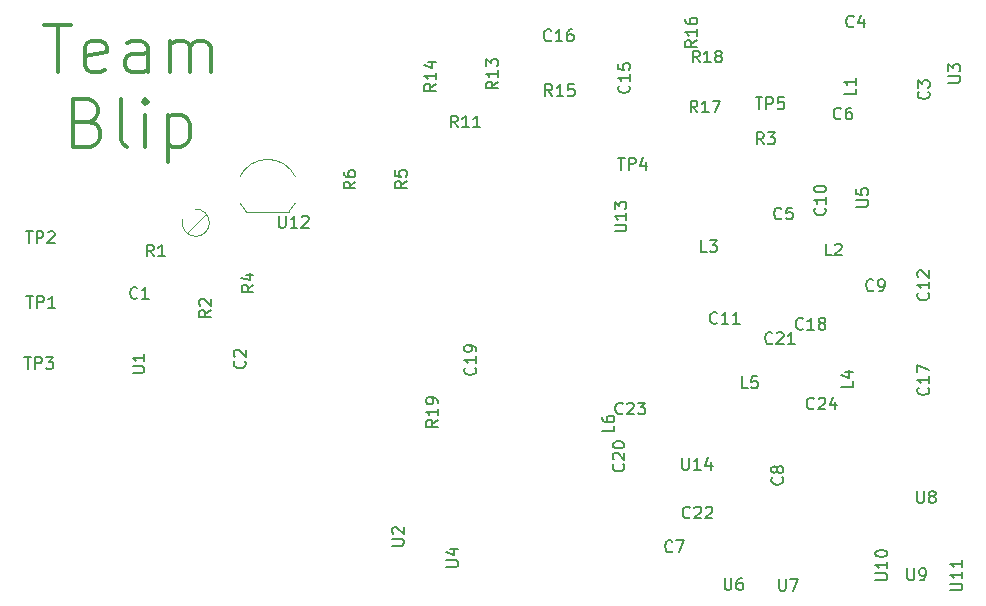
<source format=gbr>
G04 #@! TF.FileFunction,Legend,Top*
%FSLAX46Y46*%
G04 Gerber Fmt 4.6, Leading zero omitted, Abs format (unit mm)*
G04 Created by KiCad (PCBNEW 4.0.7) date 02/08/18 21:06:53*
%MOMM*%
%LPD*%
G01*
G04 APERTURE LIST*
%ADD10C,0.100000*%
%ADD11C,0.300000*%
%ADD12C,0.120000*%
%ADD13C,0.150000*%
G04 APERTURE END LIST*
D10*
D11*
X38206667Y-33018524D02*
X40492382Y-33018524D01*
X39349525Y-37018524D02*
X39349525Y-33018524D01*
X43349524Y-36828048D02*
X42968572Y-37018524D01*
X42206667Y-37018524D01*
X41825715Y-36828048D01*
X41635239Y-36447095D01*
X41635239Y-34923286D01*
X41825715Y-34542333D01*
X42206667Y-34351857D01*
X42968572Y-34351857D01*
X43349524Y-34542333D01*
X43540001Y-34923286D01*
X43540001Y-35304238D01*
X41635239Y-35685190D01*
X46968572Y-37018524D02*
X46968572Y-34923286D01*
X46778095Y-34542333D01*
X46397143Y-34351857D01*
X45635238Y-34351857D01*
X45254286Y-34542333D01*
X46968572Y-36828048D02*
X46587619Y-37018524D01*
X45635238Y-37018524D01*
X45254286Y-36828048D01*
X45063810Y-36447095D01*
X45063810Y-36066143D01*
X45254286Y-35685190D01*
X45635238Y-35494714D01*
X46587619Y-35494714D01*
X46968572Y-35304238D01*
X48873334Y-37018524D02*
X48873334Y-34351857D01*
X48873334Y-34732810D02*
X49063810Y-34542333D01*
X49444763Y-34351857D01*
X50016191Y-34351857D01*
X50397143Y-34542333D01*
X50587620Y-34923286D01*
X50587620Y-37018524D01*
X50587620Y-34923286D02*
X50778096Y-34542333D01*
X51159048Y-34351857D01*
X51730477Y-34351857D01*
X52111429Y-34542333D01*
X52301905Y-34923286D01*
X52301905Y-37018524D01*
X42016190Y-41223286D02*
X42587619Y-41413762D01*
X42778095Y-41604238D01*
X42968571Y-41985190D01*
X42968571Y-42556619D01*
X42778095Y-42937571D01*
X42587619Y-43128048D01*
X42206666Y-43318524D01*
X40682857Y-43318524D01*
X40682857Y-39318524D01*
X42016190Y-39318524D01*
X42397143Y-39509000D01*
X42587619Y-39699476D01*
X42778095Y-40080429D01*
X42778095Y-40461381D01*
X42587619Y-40842333D01*
X42397143Y-41032810D01*
X42016190Y-41223286D01*
X40682857Y-41223286D01*
X45254286Y-43318524D02*
X44873333Y-43128048D01*
X44682857Y-42747095D01*
X44682857Y-39318524D01*
X46778095Y-43318524D02*
X46778095Y-40651857D01*
X46778095Y-39318524D02*
X46587619Y-39509000D01*
X46778095Y-39699476D01*
X46968571Y-39509000D01*
X46778095Y-39318524D01*
X46778095Y-39699476D01*
X48682857Y-40651857D02*
X48682857Y-44651857D01*
X48682857Y-40842333D02*
X49063809Y-40651857D01*
X49825714Y-40651857D01*
X50206666Y-40842333D01*
X50397143Y-41032810D01*
X50587619Y-41413762D01*
X50587619Y-42556619D01*
X50397143Y-42937571D01*
X50206666Y-43128048D01*
X49825714Y-43318524D01*
X49063809Y-43318524D01*
X48682857Y-43128048D01*
D12*
X51008691Y-48616704D02*
G75*
G02X51049000Y-50926000I40309J-1154296D01*
G01*
X51069121Y-50925052D02*
G75*
G02X49920000Y-49531000I-20121J1154052D01*
G01*
X51925000Y-49037000D02*
X50314000Y-50647000D01*
X55332000Y-48851000D02*
X58932000Y-48851000D01*
X54807816Y-48123795D02*
G75*
G03X55332000Y-48851000I2324184J1122795D01*
G01*
X54775600Y-45902193D02*
G75*
G02X57132000Y-44401000I2356400J-1098807D01*
G01*
X59488400Y-45902193D02*
G75*
G03X57132000Y-44401000I-2356400J-1098807D01*
G01*
X59456184Y-48123795D02*
G75*
G02X58932000Y-48851000I-2324184J1122795D01*
G01*
D13*
X72258981Y-78909905D02*
X73068505Y-78909905D01*
X73163743Y-78862286D01*
X73211362Y-78814667D01*
X73258981Y-78719429D01*
X73258981Y-78528952D01*
X73211362Y-78433714D01*
X73163743Y-78386095D01*
X73068505Y-78338476D01*
X72258981Y-78338476D01*
X72592314Y-77433714D02*
X73258981Y-77433714D01*
X72211362Y-77671810D02*
X72925648Y-77909905D01*
X72925648Y-77290857D01*
X104885334Y-52543181D02*
X104409143Y-52543181D01*
X104409143Y-51543181D01*
X105171048Y-51638419D02*
X105218667Y-51590800D01*
X105313905Y-51543181D01*
X105552001Y-51543181D01*
X105647239Y-51590800D01*
X105694858Y-51638419D01*
X105742477Y-51733657D01*
X105742477Y-51828895D01*
X105694858Y-51971752D01*
X105123429Y-52543181D01*
X105742477Y-52543181D01*
X46102334Y-56115143D02*
X46054715Y-56162762D01*
X45911858Y-56210381D01*
X45816620Y-56210381D01*
X45673762Y-56162762D01*
X45578524Y-56067524D01*
X45530905Y-55972286D01*
X45483286Y-55781810D01*
X45483286Y-55638952D01*
X45530905Y-55448476D01*
X45578524Y-55353238D01*
X45673762Y-55258000D01*
X45816620Y-55210381D01*
X45911858Y-55210381D01*
X46054715Y-55258000D01*
X46102334Y-55305619D01*
X47054715Y-56210381D02*
X46483286Y-56210381D01*
X46769000Y-56210381D02*
X46769000Y-55210381D01*
X46673762Y-55353238D01*
X46578524Y-55448476D01*
X46483286Y-55496095D01*
X36706095Y-55979781D02*
X37277524Y-55979781D01*
X36991809Y-56979781D02*
X36991809Y-55979781D01*
X37610857Y-56979781D02*
X37610857Y-55979781D01*
X37991810Y-55979781D01*
X38087048Y-56027400D01*
X38134667Y-56075019D01*
X38182286Y-56170257D01*
X38182286Y-56313114D01*
X38134667Y-56408352D01*
X38087048Y-56455971D01*
X37991810Y-56503590D01*
X37610857Y-56503590D01*
X39134667Y-56979781D02*
X38563238Y-56979781D01*
X38848952Y-56979781D02*
X38848952Y-55979781D01*
X38753714Y-56122638D01*
X38658476Y-56217876D01*
X38563238Y-56265495D01*
X36538095Y-61140781D02*
X37109524Y-61140781D01*
X36823809Y-62140781D02*
X36823809Y-61140781D01*
X37442857Y-62140781D02*
X37442857Y-61140781D01*
X37823810Y-61140781D01*
X37919048Y-61188400D01*
X37966667Y-61236019D01*
X38014286Y-61331257D01*
X38014286Y-61474114D01*
X37966667Y-61569352D01*
X37919048Y-61616971D01*
X37823810Y-61664590D01*
X37442857Y-61664590D01*
X38347619Y-61140781D02*
X38966667Y-61140781D01*
X38633333Y-61521733D01*
X38776191Y-61521733D01*
X38871429Y-61569352D01*
X38919048Y-61616971D01*
X38966667Y-61712210D01*
X38966667Y-61950305D01*
X38919048Y-62045543D01*
X38871429Y-62093162D01*
X38776191Y-62140781D01*
X38490476Y-62140781D01*
X38395238Y-62093162D01*
X38347619Y-62045543D01*
X45700381Y-62473905D02*
X46509905Y-62473905D01*
X46605143Y-62426286D01*
X46652762Y-62378667D01*
X46700381Y-62283429D01*
X46700381Y-62092952D01*
X46652762Y-61997714D01*
X46605143Y-61950095D01*
X46509905Y-61902476D01*
X45700381Y-61902476D01*
X46700381Y-60902476D02*
X46700381Y-61473905D01*
X46700381Y-61188191D02*
X45700381Y-61188191D01*
X45843238Y-61283429D01*
X45938476Y-61378667D01*
X45986095Y-61473905D01*
X91392334Y-77578543D02*
X91344715Y-77626162D01*
X91201858Y-77673781D01*
X91106620Y-77673781D01*
X90963762Y-77626162D01*
X90868524Y-77530924D01*
X90820905Y-77435686D01*
X90773286Y-77245210D01*
X90773286Y-77102352D01*
X90820905Y-76911876D01*
X90868524Y-76816638D01*
X90963762Y-76721400D01*
X91106620Y-76673781D01*
X91201858Y-76673781D01*
X91344715Y-76721400D01*
X91392334Y-76769019D01*
X91725667Y-76673781D02*
X92392334Y-76673781D01*
X91963762Y-77673781D01*
X55185143Y-61487666D02*
X55232762Y-61535285D01*
X55280381Y-61678142D01*
X55280381Y-61773380D01*
X55232762Y-61916238D01*
X55137524Y-62011476D01*
X55042286Y-62059095D01*
X54851810Y-62106714D01*
X54708952Y-62106714D01*
X54518476Y-62059095D01*
X54423238Y-62011476D01*
X54328000Y-61916238D01*
X54280381Y-61773380D01*
X54280381Y-61678142D01*
X54328000Y-61535285D01*
X54375619Y-61487666D01*
X54375619Y-61106714D02*
X54328000Y-61059095D01*
X54280381Y-60963857D01*
X54280381Y-60725761D01*
X54328000Y-60630523D01*
X54375619Y-60582904D01*
X54470857Y-60535285D01*
X54566095Y-60535285D01*
X54708952Y-60582904D01*
X55280381Y-61154333D01*
X55280381Y-60535285D01*
X113082743Y-38668666D02*
X113130362Y-38716285D01*
X113177981Y-38859142D01*
X113177981Y-38954380D01*
X113130362Y-39097238D01*
X113035124Y-39192476D01*
X112939886Y-39240095D01*
X112749410Y-39287714D01*
X112606552Y-39287714D01*
X112416076Y-39240095D01*
X112320838Y-39192476D01*
X112225600Y-39097238D01*
X112177981Y-38954380D01*
X112177981Y-38859142D01*
X112225600Y-38716285D01*
X112273219Y-38668666D01*
X112177981Y-38335333D02*
X112177981Y-37716285D01*
X112558933Y-38049619D01*
X112558933Y-37906761D01*
X112606552Y-37811523D01*
X112654171Y-37763904D01*
X112749410Y-37716285D01*
X112987505Y-37716285D01*
X113082743Y-37763904D01*
X113130362Y-37811523D01*
X113177981Y-37906761D01*
X113177981Y-38192476D01*
X113130362Y-38287714D01*
X113082743Y-38335333D01*
X106742334Y-33134543D02*
X106694715Y-33182162D01*
X106551858Y-33229781D01*
X106456620Y-33229781D01*
X106313762Y-33182162D01*
X106218524Y-33086924D01*
X106170905Y-32991686D01*
X106123286Y-32801210D01*
X106123286Y-32658352D01*
X106170905Y-32467876D01*
X106218524Y-32372638D01*
X106313762Y-32277400D01*
X106456620Y-32229781D01*
X106551858Y-32229781D01*
X106694715Y-32277400D01*
X106742334Y-32325019D01*
X107599477Y-32563114D02*
X107599477Y-33229781D01*
X107361381Y-32182162D02*
X107123286Y-32896448D01*
X107742334Y-32896448D01*
X100638334Y-49402743D02*
X100590715Y-49450362D01*
X100447858Y-49497981D01*
X100352620Y-49497981D01*
X100209762Y-49450362D01*
X100114524Y-49355124D01*
X100066905Y-49259886D01*
X100019286Y-49069410D01*
X100019286Y-48926552D01*
X100066905Y-48736076D01*
X100114524Y-48640838D01*
X100209762Y-48545600D01*
X100352620Y-48497981D01*
X100447858Y-48497981D01*
X100590715Y-48545600D01*
X100638334Y-48593219D01*
X101543096Y-48497981D02*
X101066905Y-48497981D01*
X101019286Y-48974171D01*
X101066905Y-48926552D01*
X101162143Y-48878933D01*
X101400239Y-48878933D01*
X101495477Y-48926552D01*
X101543096Y-48974171D01*
X101590715Y-49069410D01*
X101590715Y-49307505D01*
X101543096Y-49402743D01*
X101495477Y-49450362D01*
X101400239Y-49497981D01*
X101162143Y-49497981D01*
X101066905Y-49450362D01*
X101019286Y-49402743D01*
X105680334Y-40936143D02*
X105632715Y-40983762D01*
X105489858Y-41031381D01*
X105394620Y-41031381D01*
X105251762Y-40983762D01*
X105156524Y-40888524D01*
X105108905Y-40793286D01*
X105061286Y-40602810D01*
X105061286Y-40459952D01*
X105108905Y-40269476D01*
X105156524Y-40174238D01*
X105251762Y-40079000D01*
X105394620Y-40031381D01*
X105489858Y-40031381D01*
X105632715Y-40079000D01*
X105680334Y-40126619D01*
X106537477Y-40031381D02*
X106347000Y-40031381D01*
X106251762Y-40079000D01*
X106204143Y-40126619D01*
X106108905Y-40269476D01*
X106061286Y-40459952D01*
X106061286Y-40840905D01*
X106108905Y-40936143D01*
X106156524Y-40983762D01*
X106251762Y-41031381D01*
X106442239Y-41031381D01*
X106537477Y-40983762D01*
X106585096Y-40936143D01*
X106632715Y-40840905D01*
X106632715Y-40602810D01*
X106585096Y-40507571D01*
X106537477Y-40459952D01*
X106442239Y-40412333D01*
X106251762Y-40412333D01*
X106156524Y-40459952D01*
X106108905Y-40507571D01*
X106061286Y-40602810D01*
X100694143Y-71321666D02*
X100741762Y-71369285D01*
X100789381Y-71512142D01*
X100789381Y-71607380D01*
X100741762Y-71750238D01*
X100646524Y-71845476D01*
X100551286Y-71893095D01*
X100360810Y-71940714D01*
X100217952Y-71940714D01*
X100027476Y-71893095D01*
X99932238Y-71845476D01*
X99837000Y-71750238D01*
X99789381Y-71607380D01*
X99789381Y-71512142D01*
X99837000Y-71369285D01*
X99884619Y-71321666D01*
X100217952Y-70750238D02*
X100170333Y-70845476D01*
X100122714Y-70893095D01*
X100027476Y-70940714D01*
X99979857Y-70940714D01*
X99884619Y-70893095D01*
X99837000Y-70845476D01*
X99789381Y-70750238D01*
X99789381Y-70559761D01*
X99837000Y-70464523D01*
X99884619Y-70416904D01*
X99979857Y-70369285D01*
X100027476Y-70369285D01*
X100122714Y-70416904D01*
X100170333Y-70464523D01*
X100217952Y-70559761D01*
X100217952Y-70750238D01*
X100265571Y-70845476D01*
X100313190Y-70893095D01*
X100408429Y-70940714D01*
X100598905Y-70940714D01*
X100694143Y-70893095D01*
X100741762Y-70845476D01*
X100789381Y-70750238D01*
X100789381Y-70559761D01*
X100741762Y-70464523D01*
X100694143Y-70416904D01*
X100598905Y-70369285D01*
X100408429Y-70369285D01*
X100313190Y-70416904D01*
X100265571Y-70464523D01*
X100217952Y-70559761D01*
X108423334Y-55465143D02*
X108375715Y-55512762D01*
X108232858Y-55560381D01*
X108137620Y-55560381D01*
X107994762Y-55512762D01*
X107899524Y-55417524D01*
X107851905Y-55322286D01*
X107804286Y-55131810D01*
X107804286Y-54988952D01*
X107851905Y-54798476D01*
X107899524Y-54703238D01*
X107994762Y-54608000D01*
X108137620Y-54560381D01*
X108232858Y-54560381D01*
X108375715Y-54608000D01*
X108423334Y-54655619D01*
X108899524Y-55560381D02*
X109090000Y-55560381D01*
X109185239Y-55512762D01*
X109232858Y-55465143D01*
X109328096Y-55322286D01*
X109375715Y-55131810D01*
X109375715Y-54750857D01*
X109328096Y-54655619D01*
X109280477Y-54608000D01*
X109185239Y-54560381D01*
X108994762Y-54560381D01*
X108899524Y-54608000D01*
X108851905Y-54655619D01*
X108804286Y-54750857D01*
X108804286Y-54988952D01*
X108851905Y-55084190D01*
X108899524Y-55131810D01*
X108994762Y-55179429D01*
X109185239Y-55179429D01*
X109280477Y-55131810D01*
X109328096Y-55084190D01*
X109375715Y-54988952D01*
X104306543Y-48532857D02*
X104354162Y-48580476D01*
X104401781Y-48723333D01*
X104401781Y-48818571D01*
X104354162Y-48961429D01*
X104258924Y-49056667D01*
X104163686Y-49104286D01*
X103973210Y-49151905D01*
X103830352Y-49151905D01*
X103639876Y-49104286D01*
X103544638Y-49056667D01*
X103449400Y-48961429D01*
X103401781Y-48818571D01*
X103401781Y-48723333D01*
X103449400Y-48580476D01*
X103497019Y-48532857D01*
X104401781Y-47580476D02*
X104401781Y-48151905D01*
X104401781Y-47866191D02*
X103401781Y-47866191D01*
X103544638Y-47961429D01*
X103639876Y-48056667D01*
X103687495Y-48151905D01*
X103401781Y-46961429D02*
X103401781Y-46866190D01*
X103449400Y-46770952D01*
X103497019Y-46723333D01*
X103592257Y-46675714D01*
X103782733Y-46628095D01*
X104020829Y-46628095D01*
X104211305Y-46675714D01*
X104306543Y-46723333D01*
X104354162Y-46770952D01*
X104401781Y-46866190D01*
X104401781Y-46961429D01*
X104354162Y-47056667D01*
X104306543Y-47104286D01*
X104211305Y-47151905D01*
X104020829Y-47199524D01*
X103782733Y-47199524D01*
X103592257Y-47151905D01*
X103497019Y-47104286D01*
X103449400Y-47056667D01*
X103401781Y-46961429D01*
X95189143Y-58231743D02*
X95141524Y-58279362D01*
X94998667Y-58326981D01*
X94903429Y-58326981D01*
X94760571Y-58279362D01*
X94665333Y-58184124D01*
X94617714Y-58088886D01*
X94570095Y-57898410D01*
X94570095Y-57755552D01*
X94617714Y-57565076D01*
X94665333Y-57469838D01*
X94760571Y-57374600D01*
X94903429Y-57326981D01*
X94998667Y-57326981D01*
X95141524Y-57374600D01*
X95189143Y-57422219D01*
X96141524Y-58326981D02*
X95570095Y-58326981D01*
X95855809Y-58326981D02*
X95855809Y-57326981D01*
X95760571Y-57469838D01*
X95665333Y-57565076D01*
X95570095Y-57612695D01*
X97093905Y-58326981D02*
X96522476Y-58326981D01*
X96808190Y-58326981D02*
X96808190Y-57326981D01*
X96712952Y-57469838D01*
X96617714Y-57565076D01*
X96522476Y-57612695D01*
X113041743Y-55710857D02*
X113089362Y-55758476D01*
X113136981Y-55901333D01*
X113136981Y-55996571D01*
X113089362Y-56139429D01*
X112994124Y-56234667D01*
X112898886Y-56282286D01*
X112708410Y-56329905D01*
X112565552Y-56329905D01*
X112375076Y-56282286D01*
X112279838Y-56234667D01*
X112184600Y-56139429D01*
X112136981Y-55996571D01*
X112136981Y-55901333D01*
X112184600Y-55758476D01*
X112232219Y-55710857D01*
X113136981Y-54758476D02*
X113136981Y-55329905D01*
X113136981Y-55044191D02*
X112136981Y-55044191D01*
X112279838Y-55139429D01*
X112375076Y-55234667D01*
X112422695Y-55329905D01*
X112232219Y-54377524D02*
X112184600Y-54329905D01*
X112136981Y-54234667D01*
X112136981Y-53996571D01*
X112184600Y-53901333D01*
X112232219Y-53853714D01*
X112327457Y-53806095D01*
X112422695Y-53806095D01*
X112565552Y-53853714D01*
X113136981Y-54425143D01*
X113136981Y-53806095D01*
X87713143Y-38153857D02*
X87760762Y-38201476D01*
X87808381Y-38344333D01*
X87808381Y-38439571D01*
X87760762Y-38582429D01*
X87665524Y-38677667D01*
X87570286Y-38725286D01*
X87379810Y-38772905D01*
X87236952Y-38772905D01*
X87046476Y-38725286D01*
X86951238Y-38677667D01*
X86856000Y-38582429D01*
X86808381Y-38439571D01*
X86808381Y-38344333D01*
X86856000Y-38201476D01*
X86903619Y-38153857D01*
X87808381Y-37201476D02*
X87808381Y-37772905D01*
X87808381Y-37487191D02*
X86808381Y-37487191D01*
X86951238Y-37582429D01*
X87046476Y-37677667D01*
X87094095Y-37772905D01*
X86808381Y-36296714D02*
X86808381Y-36772905D01*
X87284571Y-36820524D01*
X87236952Y-36772905D01*
X87189333Y-36677667D01*
X87189333Y-36439571D01*
X87236952Y-36344333D01*
X87284571Y-36296714D01*
X87379810Y-36249095D01*
X87617905Y-36249095D01*
X87713143Y-36296714D01*
X87760762Y-36344333D01*
X87808381Y-36439571D01*
X87808381Y-36677667D01*
X87760762Y-36772905D01*
X87713143Y-36820524D01*
X81135143Y-34314743D02*
X81087524Y-34362362D01*
X80944667Y-34409981D01*
X80849429Y-34409981D01*
X80706571Y-34362362D01*
X80611333Y-34267124D01*
X80563714Y-34171886D01*
X80516095Y-33981410D01*
X80516095Y-33838552D01*
X80563714Y-33648076D01*
X80611333Y-33552838D01*
X80706571Y-33457600D01*
X80849429Y-33409981D01*
X80944667Y-33409981D01*
X81087524Y-33457600D01*
X81135143Y-33505219D01*
X82087524Y-34409981D02*
X81516095Y-34409981D01*
X81801809Y-34409981D02*
X81801809Y-33409981D01*
X81706571Y-33552838D01*
X81611333Y-33648076D01*
X81516095Y-33695695D01*
X82944667Y-33409981D02*
X82754190Y-33409981D01*
X82658952Y-33457600D01*
X82611333Y-33505219D01*
X82516095Y-33648076D01*
X82468476Y-33838552D01*
X82468476Y-34219505D01*
X82516095Y-34314743D01*
X82563714Y-34362362D01*
X82658952Y-34409981D01*
X82849429Y-34409981D01*
X82944667Y-34362362D01*
X82992286Y-34314743D01*
X83039905Y-34219505D01*
X83039905Y-33981410D01*
X82992286Y-33886171D01*
X82944667Y-33838552D01*
X82849429Y-33790933D01*
X82658952Y-33790933D01*
X82563714Y-33838552D01*
X82516095Y-33886171D01*
X82468476Y-33981410D01*
X106929381Y-38408666D02*
X106929381Y-38884857D01*
X105929381Y-38884857D01*
X106929381Y-37551523D02*
X106929381Y-38122952D01*
X106929381Y-37837238D02*
X105929381Y-37837238D01*
X106072238Y-37932476D01*
X106167476Y-38027714D01*
X106215095Y-38122952D01*
X94324334Y-52236181D02*
X93848143Y-52236181D01*
X93848143Y-51236181D01*
X94562429Y-51236181D02*
X95181477Y-51236181D01*
X94848143Y-51617133D01*
X94991001Y-51617133D01*
X95086239Y-51664752D01*
X95133858Y-51712371D01*
X95181477Y-51807610D01*
X95181477Y-52045705D01*
X95133858Y-52140943D01*
X95086239Y-52188562D01*
X94991001Y-52236181D01*
X94705286Y-52236181D01*
X94610048Y-52188562D01*
X94562429Y-52140943D01*
X47488934Y-52629381D02*
X47155600Y-52153190D01*
X46917505Y-52629381D02*
X46917505Y-51629381D01*
X47298458Y-51629381D01*
X47393696Y-51677000D01*
X47441315Y-51724619D01*
X47488934Y-51819857D01*
X47488934Y-51962714D01*
X47441315Y-52057952D01*
X47393696Y-52105571D01*
X47298458Y-52153190D01*
X46917505Y-52153190D01*
X48441315Y-52629381D02*
X47869886Y-52629381D01*
X48155600Y-52629381D02*
X48155600Y-51629381D01*
X48060362Y-51772238D01*
X47965124Y-51867476D01*
X47869886Y-51915095D01*
X99129334Y-43117781D02*
X98796000Y-42641590D01*
X98557905Y-43117781D02*
X98557905Y-42117781D01*
X98938858Y-42117781D01*
X99034096Y-42165400D01*
X99081715Y-42213019D01*
X99129334Y-42308257D01*
X99129334Y-42451114D01*
X99081715Y-42546352D01*
X99034096Y-42593971D01*
X98938858Y-42641590D01*
X98557905Y-42641590D01*
X99462667Y-42117781D02*
X100081715Y-42117781D01*
X99748381Y-42498733D01*
X99891239Y-42498733D01*
X99986477Y-42546352D01*
X100034096Y-42593971D01*
X100081715Y-42689210D01*
X100081715Y-42927305D01*
X100034096Y-43022543D01*
X99986477Y-43070162D01*
X99891239Y-43117781D01*
X99605524Y-43117781D01*
X99510286Y-43070162D01*
X99462667Y-43022543D01*
X55935781Y-55031666D02*
X55459590Y-55365000D01*
X55935781Y-55603095D02*
X54935781Y-55603095D01*
X54935781Y-55222142D01*
X54983400Y-55126904D01*
X55031019Y-55079285D01*
X55126257Y-55031666D01*
X55269114Y-55031666D01*
X55364352Y-55079285D01*
X55411971Y-55126904D01*
X55459590Y-55222142D01*
X55459590Y-55603095D01*
X55269114Y-54174523D02*
X55935781Y-54174523D01*
X54888162Y-54412619D02*
X55602448Y-54650714D01*
X55602448Y-54031666D01*
X68910381Y-46252666D02*
X68434190Y-46586000D01*
X68910381Y-46824095D02*
X67910381Y-46824095D01*
X67910381Y-46443142D01*
X67958000Y-46347904D01*
X68005619Y-46300285D01*
X68100857Y-46252666D01*
X68243714Y-46252666D01*
X68338952Y-46300285D01*
X68386571Y-46347904D01*
X68434190Y-46443142D01*
X68434190Y-46824095D01*
X67910381Y-45347904D02*
X67910381Y-45824095D01*
X68386571Y-45871714D01*
X68338952Y-45824095D01*
X68291333Y-45728857D01*
X68291333Y-45490761D01*
X68338952Y-45395523D01*
X68386571Y-45347904D01*
X68481810Y-45300285D01*
X68719905Y-45300285D01*
X68815143Y-45347904D01*
X68862762Y-45395523D01*
X68910381Y-45490761D01*
X68910381Y-45728857D01*
X68862762Y-45824095D01*
X68815143Y-45871714D01*
X64562381Y-46292666D02*
X64086190Y-46626000D01*
X64562381Y-46864095D02*
X63562381Y-46864095D01*
X63562381Y-46483142D01*
X63610000Y-46387904D01*
X63657619Y-46340285D01*
X63752857Y-46292666D01*
X63895714Y-46292666D01*
X63990952Y-46340285D01*
X64038571Y-46387904D01*
X64086190Y-46483142D01*
X64086190Y-46864095D01*
X63562381Y-45435523D02*
X63562381Y-45626000D01*
X63610000Y-45721238D01*
X63657619Y-45768857D01*
X63800476Y-45864095D01*
X63990952Y-45911714D01*
X64371905Y-45911714D01*
X64467143Y-45864095D01*
X64514762Y-45816476D01*
X64562381Y-45721238D01*
X64562381Y-45530761D01*
X64514762Y-45435523D01*
X64467143Y-45387904D01*
X64371905Y-45340285D01*
X64133810Y-45340285D01*
X64038571Y-45387904D01*
X63990952Y-45435523D01*
X63943333Y-45530761D01*
X63943333Y-45721238D01*
X63990952Y-45816476D01*
X64038571Y-45864095D01*
X64133810Y-45911714D01*
X73228143Y-41702981D02*
X72894809Y-41226790D01*
X72656714Y-41702981D02*
X72656714Y-40702981D01*
X73037667Y-40702981D01*
X73132905Y-40750600D01*
X73180524Y-40798219D01*
X73228143Y-40893457D01*
X73228143Y-41036314D01*
X73180524Y-41131552D01*
X73132905Y-41179171D01*
X73037667Y-41226790D01*
X72656714Y-41226790D01*
X74180524Y-41702981D02*
X73609095Y-41702981D01*
X73894809Y-41702981D02*
X73894809Y-40702981D01*
X73799571Y-40845838D01*
X73704333Y-40941076D01*
X73609095Y-40988695D01*
X75132905Y-41702981D02*
X74561476Y-41702981D01*
X74847190Y-41702981D02*
X74847190Y-40702981D01*
X74751952Y-40845838D01*
X74656714Y-40941076D01*
X74561476Y-40988695D01*
X76632381Y-37828857D02*
X76156190Y-38162191D01*
X76632381Y-38400286D02*
X75632381Y-38400286D01*
X75632381Y-38019333D01*
X75680000Y-37924095D01*
X75727619Y-37876476D01*
X75822857Y-37828857D01*
X75965714Y-37828857D01*
X76060952Y-37876476D01*
X76108571Y-37924095D01*
X76156190Y-38019333D01*
X76156190Y-38400286D01*
X76632381Y-36876476D02*
X76632381Y-37447905D01*
X76632381Y-37162191D02*
X75632381Y-37162191D01*
X75775238Y-37257429D01*
X75870476Y-37352667D01*
X75918095Y-37447905D01*
X75632381Y-36543143D02*
X75632381Y-35924095D01*
X76013333Y-36257429D01*
X76013333Y-36114571D01*
X76060952Y-36019333D01*
X76108571Y-35971714D01*
X76203810Y-35924095D01*
X76441905Y-35924095D01*
X76537143Y-35971714D01*
X76584762Y-36019333D01*
X76632381Y-36114571D01*
X76632381Y-36400286D01*
X76584762Y-36495524D01*
X76537143Y-36543143D01*
X71389381Y-38010857D02*
X70913190Y-38344191D01*
X71389381Y-38582286D02*
X70389381Y-38582286D01*
X70389381Y-38201333D01*
X70437000Y-38106095D01*
X70484619Y-38058476D01*
X70579857Y-38010857D01*
X70722714Y-38010857D01*
X70817952Y-38058476D01*
X70865571Y-38106095D01*
X70913190Y-38201333D01*
X70913190Y-38582286D01*
X71389381Y-37058476D02*
X71389381Y-37629905D01*
X71389381Y-37344191D02*
X70389381Y-37344191D01*
X70532238Y-37439429D01*
X70627476Y-37534667D01*
X70675095Y-37629905D01*
X70722714Y-36201333D02*
X71389381Y-36201333D01*
X70341762Y-36439429D02*
X71056048Y-36677524D01*
X71056048Y-36058476D01*
X81219143Y-39048981D02*
X80885809Y-38572790D01*
X80647714Y-39048981D02*
X80647714Y-38048981D01*
X81028667Y-38048981D01*
X81123905Y-38096600D01*
X81171524Y-38144219D01*
X81219143Y-38239457D01*
X81219143Y-38382314D01*
X81171524Y-38477552D01*
X81123905Y-38525171D01*
X81028667Y-38572790D01*
X80647714Y-38572790D01*
X82171524Y-39048981D02*
X81600095Y-39048981D01*
X81885809Y-39048981D02*
X81885809Y-38048981D01*
X81790571Y-38191838D01*
X81695333Y-38287076D01*
X81600095Y-38334695D01*
X83076286Y-38048981D02*
X82600095Y-38048981D01*
X82552476Y-38525171D01*
X82600095Y-38477552D01*
X82695333Y-38429933D01*
X82933429Y-38429933D01*
X83028667Y-38477552D01*
X83076286Y-38525171D01*
X83123905Y-38620410D01*
X83123905Y-38858505D01*
X83076286Y-38953743D01*
X83028667Y-39001362D01*
X82933429Y-39048981D01*
X82695333Y-39048981D01*
X82600095Y-39001362D01*
X82552476Y-38953743D01*
X93494981Y-34316857D02*
X93018790Y-34650191D01*
X93494981Y-34888286D02*
X92494981Y-34888286D01*
X92494981Y-34507333D01*
X92542600Y-34412095D01*
X92590219Y-34364476D01*
X92685457Y-34316857D01*
X92828314Y-34316857D01*
X92923552Y-34364476D01*
X92971171Y-34412095D01*
X93018790Y-34507333D01*
X93018790Y-34888286D01*
X93494981Y-33364476D02*
X93494981Y-33935905D01*
X93494981Y-33650191D02*
X92494981Y-33650191D01*
X92637838Y-33745429D01*
X92733076Y-33840667D01*
X92780695Y-33935905D01*
X92494981Y-32507333D02*
X92494981Y-32697810D01*
X92542600Y-32793048D01*
X92590219Y-32840667D01*
X92733076Y-32935905D01*
X92923552Y-32983524D01*
X93304505Y-32983524D01*
X93399743Y-32935905D01*
X93447362Y-32888286D01*
X93494981Y-32793048D01*
X93494981Y-32602571D01*
X93447362Y-32507333D01*
X93399743Y-32459714D01*
X93304505Y-32412095D01*
X93066410Y-32412095D01*
X92971171Y-32459714D01*
X92923552Y-32507333D01*
X92875933Y-32602571D01*
X92875933Y-32793048D01*
X92923552Y-32888286D01*
X92971171Y-32935905D01*
X93066410Y-32983524D01*
X93515143Y-40434381D02*
X93181809Y-39958190D01*
X92943714Y-40434381D02*
X92943714Y-39434381D01*
X93324667Y-39434381D01*
X93419905Y-39482000D01*
X93467524Y-39529619D01*
X93515143Y-39624857D01*
X93515143Y-39767714D01*
X93467524Y-39862952D01*
X93419905Y-39910571D01*
X93324667Y-39958190D01*
X92943714Y-39958190D01*
X94467524Y-40434381D02*
X93896095Y-40434381D01*
X94181809Y-40434381D02*
X94181809Y-39434381D01*
X94086571Y-39577238D01*
X93991333Y-39672476D01*
X93896095Y-39720095D01*
X94800857Y-39434381D02*
X95467524Y-39434381D01*
X95038952Y-40434381D01*
X93703143Y-36195381D02*
X93369809Y-35719190D01*
X93131714Y-36195381D02*
X93131714Y-35195381D01*
X93512667Y-35195381D01*
X93607905Y-35243000D01*
X93655524Y-35290619D01*
X93703143Y-35385857D01*
X93703143Y-35528714D01*
X93655524Y-35623952D01*
X93607905Y-35671571D01*
X93512667Y-35719190D01*
X93131714Y-35719190D01*
X94655524Y-36195381D02*
X94084095Y-36195381D01*
X94369809Y-36195381D02*
X94369809Y-35195381D01*
X94274571Y-35338238D01*
X94179333Y-35433476D01*
X94084095Y-35481095D01*
X95226952Y-35623952D02*
X95131714Y-35576333D01*
X95084095Y-35528714D01*
X95036476Y-35433476D01*
X95036476Y-35385857D01*
X95084095Y-35290619D01*
X95131714Y-35243000D01*
X95226952Y-35195381D01*
X95417429Y-35195381D01*
X95512667Y-35243000D01*
X95560286Y-35290619D01*
X95607905Y-35385857D01*
X95607905Y-35433476D01*
X95560286Y-35528714D01*
X95512667Y-35576333D01*
X95417429Y-35623952D01*
X95226952Y-35623952D01*
X95131714Y-35671571D01*
X95084095Y-35719190D01*
X95036476Y-35814429D01*
X95036476Y-36004905D01*
X95084095Y-36100143D01*
X95131714Y-36147762D01*
X95226952Y-36195381D01*
X95417429Y-36195381D01*
X95512667Y-36147762D01*
X95560286Y-36100143D01*
X95607905Y-36004905D01*
X95607905Y-35814429D01*
X95560286Y-35719190D01*
X95512667Y-35671571D01*
X95417429Y-35623952D01*
X36678095Y-50503781D02*
X37249524Y-50503781D01*
X36963809Y-51503781D02*
X36963809Y-50503781D01*
X37582857Y-51503781D02*
X37582857Y-50503781D01*
X37963810Y-50503781D01*
X38059048Y-50551400D01*
X38106667Y-50599019D01*
X38154286Y-50694257D01*
X38154286Y-50837114D01*
X38106667Y-50932352D01*
X38059048Y-50979971D01*
X37963810Y-51027590D01*
X37582857Y-51027590D01*
X38535238Y-50599019D02*
X38582857Y-50551400D01*
X38678095Y-50503781D01*
X38916191Y-50503781D01*
X39011429Y-50551400D01*
X39059048Y-50599019D01*
X39106667Y-50694257D01*
X39106667Y-50789495D01*
X39059048Y-50932352D01*
X38487619Y-51503781D01*
X39106667Y-51503781D01*
X86805095Y-44268381D02*
X87376524Y-44268381D01*
X87090809Y-45268381D02*
X87090809Y-44268381D01*
X87709857Y-45268381D02*
X87709857Y-44268381D01*
X88090810Y-44268381D01*
X88186048Y-44316000D01*
X88233667Y-44363619D01*
X88281286Y-44458857D01*
X88281286Y-44601714D01*
X88233667Y-44696952D01*
X88186048Y-44744571D01*
X88090810Y-44792190D01*
X87709857Y-44792190D01*
X89138429Y-44601714D02*
X89138429Y-45268381D01*
X88900333Y-44220762D02*
X88662238Y-44935048D01*
X89281286Y-44935048D01*
X98453095Y-39159781D02*
X99024524Y-39159781D01*
X98738809Y-40159781D02*
X98738809Y-39159781D01*
X99357857Y-40159781D02*
X99357857Y-39159781D01*
X99738810Y-39159781D01*
X99834048Y-39207400D01*
X99881667Y-39255019D01*
X99929286Y-39350257D01*
X99929286Y-39493114D01*
X99881667Y-39588352D01*
X99834048Y-39635971D01*
X99738810Y-39683590D01*
X99357857Y-39683590D01*
X100834048Y-39159781D02*
X100357857Y-39159781D01*
X100310238Y-39635971D01*
X100357857Y-39588352D01*
X100453095Y-39540733D01*
X100691191Y-39540733D01*
X100786429Y-39588352D01*
X100834048Y-39635971D01*
X100881667Y-39731210D01*
X100881667Y-39969305D01*
X100834048Y-40064543D01*
X100786429Y-40112162D01*
X100691191Y-40159781D01*
X100453095Y-40159781D01*
X100357857Y-40112162D01*
X100310238Y-40064543D01*
X114766381Y-37906905D02*
X115575905Y-37906905D01*
X115671143Y-37859286D01*
X115718762Y-37811667D01*
X115766381Y-37716429D01*
X115766381Y-37525952D01*
X115718762Y-37430714D01*
X115671143Y-37383095D01*
X115575905Y-37335476D01*
X114766381Y-37335476D01*
X114766381Y-36954524D02*
X114766381Y-36335476D01*
X115147333Y-36668810D01*
X115147333Y-36525952D01*
X115194952Y-36430714D01*
X115242571Y-36383095D01*
X115337810Y-36335476D01*
X115575905Y-36335476D01*
X115671143Y-36383095D01*
X115718762Y-36430714D01*
X115766381Y-36525952D01*
X115766381Y-36811667D01*
X115718762Y-36906905D01*
X115671143Y-36954524D01*
X106975981Y-48405905D02*
X107785505Y-48405905D01*
X107880743Y-48358286D01*
X107928362Y-48310667D01*
X107975981Y-48215429D01*
X107975981Y-48024952D01*
X107928362Y-47929714D01*
X107880743Y-47882095D01*
X107785505Y-47834476D01*
X106975981Y-47834476D01*
X106975981Y-46882095D02*
X106975981Y-47358286D01*
X107452171Y-47405905D01*
X107404552Y-47358286D01*
X107356933Y-47263048D01*
X107356933Y-47024952D01*
X107404552Y-46929714D01*
X107452171Y-46882095D01*
X107547410Y-46834476D01*
X107785505Y-46834476D01*
X107880743Y-46882095D01*
X107928362Y-46929714D01*
X107975981Y-47024952D01*
X107975981Y-47263048D01*
X107928362Y-47358286D01*
X107880743Y-47405905D01*
X95827095Y-79871381D02*
X95827095Y-80680905D01*
X95874714Y-80776143D01*
X95922333Y-80823762D01*
X96017571Y-80871381D01*
X96208048Y-80871381D01*
X96303286Y-80823762D01*
X96350905Y-80776143D01*
X96398524Y-80680905D01*
X96398524Y-79871381D01*
X97303286Y-79871381D02*
X97112809Y-79871381D01*
X97017571Y-79919000D01*
X96969952Y-79966619D01*
X96874714Y-80109476D01*
X96827095Y-80299952D01*
X96827095Y-80680905D01*
X96874714Y-80776143D01*
X96922333Y-80823762D01*
X97017571Y-80871381D01*
X97208048Y-80871381D01*
X97303286Y-80823762D01*
X97350905Y-80776143D01*
X97398524Y-80680905D01*
X97398524Y-80442810D01*
X97350905Y-80347571D01*
X97303286Y-80299952D01*
X97208048Y-80252333D01*
X97017571Y-80252333D01*
X96922333Y-80299952D01*
X96874714Y-80347571D01*
X96827095Y-80442810D01*
X112116095Y-72502381D02*
X112116095Y-73311905D01*
X112163714Y-73407143D01*
X112211333Y-73454762D01*
X112306571Y-73502381D01*
X112497048Y-73502381D01*
X112592286Y-73454762D01*
X112639905Y-73407143D01*
X112687524Y-73311905D01*
X112687524Y-72502381D01*
X113306571Y-72930952D02*
X113211333Y-72883333D01*
X113163714Y-72835714D01*
X113116095Y-72740476D01*
X113116095Y-72692857D01*
X113163714Y-72597619D01*
X113211333Y-72550000D01*
X113306571Y-72502381D01*
X113497048Y-72502381D01*
X113592286Y-72550000D01*
X113639905Y-72597619D01*
X113687524Y-72692857D01*
X113687524Y-72740476D01*
X113639905Y-72835714D01*
X113592286Y-72883333D01*
X113497048Y-72930952D01*
X113306571Y-72930952D01*
X113211333Y-72978571D01*
X113163714Y-73026190D01*
X113116095Y-73121429D01*
X113116095Y-73311905D01*
X113163714Y-73407143D01*
X113211333Y-73454762D01*
X113306571Y-73502381D01*
X113497048Y-73502381D01*
X113592286Y-73454762D01*
X113639905Y-73407143D01*
X113687524Y-73311905D01*
X113687524Y-73121429D01*
X113639905Y-73026190D01*
X113592286Y-72978571D01*
X113497048Y-72930952D01*
X111305095Y-79035581D02*
X111305095Y-79845105D01*
X111352714Y-79940343D01*
X111400333Y-79987962D01*
X111495571Y-80035581D01*
X111686048Y-80035581D01*
X111781286Y-79987962D01*
X111828905Y-79940343D01*
X111876524Y-79845105D01*
X111876524Y-79035581D01*
X112400333Y-80035581D02*
X112590809Y-80035581D01*
X112686048Y-79987962D01*
X112733667Y-79940343D01*
X112828905Y-79797486D01*
X112876524Y-79607010D01*
X112876524Y-79226057D01*
X112828905Y-79130819D01*
X112781286Y-79083200D01*
X112686048Y-79035581D01*
X112495571Y-79035581D01*
X112400333Y-79083200D01*
X112352714Y-79130819D01*
X112305095Y-79226057D01*
X112305095Y-79464152D01*
X112352714Y-79559390D01*
X112400333Y-79607010D01*
X112495571Y-79654629D01*
X112686048Y-79654629D01*
X112781286Y-79607010D01*
X112828905Y-79559390D01*
X112876524Y-79464152D01*
X108583381Y-80029095D02*
X109392905Y-80029095D01*
X109488143Y-79981476D01*
X109535762Y-79933857D01*
X109583381Y-79838619D01*
X109583381Y-79648142D01*
X109535762Y-79552904D01*
X109488143Y-79505285D01*
X109392905Y-79457666D01*
X108583381Y-79457666D01*
X109583381Y-78457666D02*
X109583381Y-79029095D01*
X109583381Y-78743381D02*
X108583381Y-78743381D01*
X108726238Y-78838619D01*
X108821476Y-78933857D01*
X108869095Y-79029095D01*
X108583381Y-77838619D02*
X108583381Y-77743380D01*
X108631000Y-77648142D01*
X108678619Y-77600523D01*
X108773857Y-77552904D01*
X108964333Y-77505285D01*
X109202429Y-77505285D01*
X109392905Y-77552904D01*
X109488143Y-77600523D01*
X109535762Y-77648142D01*
X109583381Y-77743380D01*
X109583381Y-77838619D01*
X109535762Y-77933857D01*
X109488143Y-77981476D01*
X109392905Y-78029095D01*
X109202429Y-78076714D01*
X108964333Y-78076714D01*
X108773857Y-78029095D01*
X108678619Y-77981476D01*
X108631000Y-77933857D01*
X108583381Y-77838619D01*
X114935581Y-80892095D02*
X115745105Y-80892095D01*
X115840343Y-80844476D01*
X115887962Y-80796857D01*
X115935581Y-80701619D01*
X115935581Y-80511142D01*
X115887962Y-80415904D01*
X115840343Y-80368285D01*
X115745105Y-80320666D01*
X114935581Y-80320666D01*
X115935581Y-79320666D02*
X115935581Y-79892095D01*
X115935581Y-79606381D02*
X114935581Y-79606381D01*
X115078438Y-79701619D01*
X115173676Y-79796857D01*
X115221295Y-79892095D01*
X115935581Y-78368285D02*
X115935581Y-78939714D01*
X115935581Y-78654000D02*
X114935581Y-78654000D01*
X115078438Y-78749238D01*
X115173676Y-78844476D01*
X115221295Y-78939714D01*
X58075905Y-49195381D02*
X58075905Y-50004905D01*
X58123524Y-50100143D01*
X58171143Y-50147762D01*
X58266381Y-50195381D01*
X58456858Y-50195381D01*
X58552096Y-50147762D01*
X58599715Y-50100143D01*
X58647334Y-50004905D01*
X58647334Y-49195381D01*
X59647334Y-50195381D02*
X59075905Y-50195381D01*
X59361619Y-50195381D02*
X59361619Y-49195381D01*
X59266381Y-49338238D01*
X59171143Y-49433476D01*
X59075905Y-49481095D01*
X60028286Y-49290619D02*
X60075905Y-49243000D01*
X60171143Y-49195381D01*
X60409239Y-49195381D01*
X60504477Y-49243000D01*
X60552096Y-49290619D01*
X60599715Y-49385857D01*
X60599715Y-49481095D01*
X60552096Y-49623952D01*
X59980667Y-50195381D01*
X60599715Y-50195381D01*
X86510581Y-50514095D02*
X87320105Y-50514095D01*
X87415343Y-50466476D01*
X87462962Y-50418857D01*
X87510581Y-50323619D01*
X87510581Y-50133142D01*
X87462962Y-50037904D01*
X87415343Y-49990285D01*
X87320105Y-49942666D01*
X86510581Y-49942666D01*
X87510581Y-48942666D02*
X87510581Y-49514095D01*
X87510581Y-49228381D02*
X86510581Y-49228381D01*
X86653438Y-49323619D01*
X86748676Y-49418857D01*
X86796295Y-49514095D01*
X86510581Y-48609333D02*
X86510581Y-47990285D01*
X86891533Y-48323619D01*
X86891533Y-48180761D01*
X86939152Y-48085523D01*
X86986771Y-48037904D01*
X87082010Y-47990285D01*
X87320105Y-47990285D01*
X87415343Y-48037904D01*
X87462962Y-48085523D01*
X87510581Y-48180761D01*
X87510581Y-48466476D01*
X87462962Y-48561714D01*
X87415343Y-48609333D01*
X52339381Y-57174666D02*
X51863190Y-57508000D01*
X52339381Y-57746095D02*
X51339381Y-57746095D01*
X51339381Y-57365142D01*
X51387000Y-57269904D01*
X51434619Y-57222285D01*
X51529857Y-57174666D01*
X51672714Y-57174666D01*
X51767952Y-57222285D01*
X51815571Y-57269904D01*
X51863190Y-57365142D01*
X51863190Y-57746095D01*
X51434619Y-56793714D02*
X51387000Y-56746095D01*
X51339381Y-56650857D01*
X51339381Y-56412761D01*
X51387000Y-56317523D01*
X51434619Y-56269904D01*
X51529857Y-56222285D01*
X51625095Y-56222285D01*
X51767952Y-56269904D01*
X52339381Y-56841333D01*
X52339381Y-56222285D01*
X67676381Y-77108905D02*
X68485905Y-77108905D01*
X68581143Y-77061286D01*
X68628762Y-77013667D01*
X68676381Y-76918429D01*
X68676381Y-76727952D01*
X68628762Y-76632714D01*
X68581143Y-76585095D01*
X68485905Y-76537476D01*
X67676381Y-76537476D01*
X67771619Y-76108905D02*
X67724000Y-76061286D01*
X67676381Y-75966048D01*
X67676381Y-75727952D01*
X67724000Y-75632714D01*
X67771619Y-75585095D01*
X67866857Y-75537476D01*
X67962095Y-75537476D01*
X68104952Y-75585095D01*
X68676381Y-76156524D01*
X68676381Y-75537476D01*
X100437095Y-79924381D02*
X100437095Y-80733905D01*
X100484714Y-80829143D01*
X100532333Y-80876762D01*
X100627571Y-80924381D01*
X100818048Y-80924381D01*
X100913286Y-80876762D01*
X100960905Y-80829143D01*
X101008524Y-80733905D01*
X101008524Y-79924381D01*
X101389476Y-79924381D02*
X102056143Y-79924381D01*
X101627571Y-80924381D01*
X113052143Y-63736857D02*
X113099762Y-63784476D01*
X113147381Y-63927333D01*
X113147381Y-64022571D01*
X113099762Y-64165429D01*
X113004524Y-64260667D01*
X112909286Y-64308286D01*
X112718810Y-64355905D01*
X112575952Y-64355905D01*
X112385476Y-64308286D01*
X112290238Y-64260667D01*
X112195000Y-64165429D01*
X112147381Y-64022571D01*
X112147381Y-63927333D01*
X112195000Y-63784476D01*
X112242619Y-63736857D01*
X113147381Y-62784476D02*
X113147381Y-63355905D01*
X113147381Y-63070191D02*
X112147381Y-63070191D01*
X112290238Y-63165429D01*
X112385476Y-63260667D01*
X112433095Y-63355905D01*
X112147381Y-62451143D02*
X112147381Y-61784476D01*
X113147381Y-62213048D01*
X102461143Y-58736143D02*
X102413524Y-58783762D01*
X102270667Y-58831381D01*
X102175429Y-58831381D01*
X102032571Y-58783762D01*
X101937333Y-58688524D01*
X101889714Y-58593286D01*
X101842095Y-58402810D01*
X101842095Y-58259952D01*
X101889714Y-58069476D01*
X101937333Y-57974238D01*
X102032571Y-57879000D01*
X102175429Y-57831381D01*
X102270667Y-57831381D01*
X102413524Y-57879000D01*
X102461143Y-57926619D01*
X103413524Y-58831381D02*
X102842095Y-58831381D01*
X103127809Y-58831381D02*
X103127809Y-57831381D01*
X103032571Y-57974238D01*
X102937333Y-58069476D01*
X102842095Y-58117095D01*
X103984952Y-58259952D02*
X103889714Y-58212333D01*
X103842095Y-58164714D01*
X103794476Y-58069476D01*
X103794476Y-58021857D01*
X103842095Y-57926619D01*
X103889714Y-57879000D01*
X103984952Y-57831381D01*
X104175429Y-57831381D01*
X104270667Y-57879000D01*
X104318286Y-57926619D01*
X104365905Y-58021857D01*
X104365905Y-58069476D01*
X104318286Y-58164714D01*
X104270667Y-58212333D01*
X104175429Y-58259952D01*
X103984952Y-58259952D01*
X103889714Y-58307571D01*
X103842095Y-58355190D01*
X103794476Y-58450429D01*
X103794476Y-58640905D01*
X103842095Y-58736143D01*
X103889714Y-58783762D01*
X103984952Y-58831381D01*
X104175429Y-58831381D01*
X104270667Y-58783762D01*
X104318286Y-58736143D01*
X104365905Y-58640905D01*
X104365905Y-58450429D01*
X104318286Y-58355190D01*
X104270667Y-58307571D01*
X104175429Y-58259952D01*
X74688143Y-62049857D02*
X74735762Y-62097476D01*
X74783381Y-62240333D01*
X74783381Y-62335571D01*
X74735762Y-62478429D01*
X74640524Y-62573667D01*
X74545286Y-62621286D01*
X74354810Y-62668905D01*
X74211952Y-62668905D01*
X74021476Y-62621286D01*
X73926238Y-62573667D01*
X73831000Y-62478429D01*
X73783381Y-62335571D01*
X73783381Y-62240333D01*
X73831000Y-62097476D01*
X73878619Y-62049857D01*
X74783381Y-61097476D02*
X74783381Y-61668905D01*
X74783381Y-61383191D02*
X73783381Y-61383191D01*
X73926238Y-61478429D01*
X74021476Y-61573667D01*
X74069095Y-61668905D01*
X74783381Y-60621286D02*
X74783381Y-60430810D01*
X74735762Y-60335571D01*
X74688143Y-60287952D01*
X74545286Y-60192714D01*
X74354810Y-60145095D01*
X73973857Y-60145095D01*
X73878619Y-60192714D01*
X73831000Y-60240333D01*
X73783381Y-60335571D01*
X73783381Y-60526048D01*
X73831000Y-60621286D01*
X73878619Y-60668905D01*
X73973857Y-60716524D01*
X74211952Y-60716524D01*
X74307190Y-60668905D01*
X74354810Y-60621286D01*
X74402429Y-60526048D01*
X74402429Y-60335571D01*
X74354810Y-60240333D01*
X74307190Y-60192714D01*
X74211952Y-60145095D01*
X87245143Y-70197857D02*
X87292762Y-70245476D01*
X87340381Y-70388333D01*
X87340381Y-70483571D01*
X87292762Y-70626429D01*
X87197524Y-70721667D01*
X87102286Y-70769286D01*
X86911810Y-70816905D01*
X86768952Y-70816905D01*
X86578476Y-70769286D01*
X86483238Y-70721667D01*
X86388000Y-70626429D01*
X86340381Y-70483571D01*
X86340381Y-70388333D01*
X86388000Y-70245476D01*
X86435619Y-70197857D01*
X86435619Y-69816905D02*
X86388000Y-69769286D01*
X86340381Y-69674048D01*
X86340381Y-69435952D01*
X86388000Y-69340714D01*
X86435619Y-69293095D01*
X86530857Y-69245476D01*
X86626095Y-69245476D01*
X86768952Y-69293095D01*
X87340381Y-69864524D01*
X87340381Y-69245476D01*
X86340381Y-68626429D02*
X86340381Y-68531190D01*
X86388000Y-68435952D01*
X86435619Y-68388333D01*
X86530857Y-68340714D01*
X86721333Y-68293095D01*
X86959429Y-68293095D01*
X87149905Y-68340714D01*
X87245143Y-68388333D01*
X87292762Y-68435952D01*
X87340381Y-68531190D01*
X87340381Y-68626429D01*
X87292762Y-68721667D01*
X87245143Y-68769286D01*
X87149905Y-68816905D01*
X86959429Y-68864524D01*
X86721333Y-68864524D01*
X86530857Y-68816905D01*
X86435619Y-68769286D01*
X86388000Y-68721667D01*
X86340381Y-68626429D01*
X99860143Y-59956143D02*
X99812524Y-60003762D01*
X99669667Y-60051381D01*
X99574429Y-60051381D01*
X99431571Y-60003762D01*
X99336333Y-59908524D01*
X99288714Y-59813286D01*
X99241095Y-59622810D01*
X99241095Y-59479952D01*
X99288714Y-59289476D01*
X99336333Y-59194238D01*
X99431571Y-59099000D01*
X99574429Y-59051381D01*
X99669667Y-59051381D01*
X99812524Y-59099000D01*
X99860143Y-59146619D01*
X100241095Y-59146619D02*
X100288714Y-59099000D01*
X100383952Y-59051381D01*
X100622048Y-59051381D01*
X100717286Y-59099000D01*
X100764905Y-59146619D01*
X100812524Y-59241857D01*
X100812524Y-59337095D01*
X100764905Y-59479952D01*
X100193476Y-60051381D01*
X100812524Y-60051381D01*
X101764905Y-60051381D02*
X101193476Y-60051381D01*
X101479190Y-60051381D02*
X101479190Y-59051381D01*
X101383952Y-59194238D01*
X101288714Y-59289476D01*
X101193476Y-59337095D01*
X92890143Y-74707743D02*
X92842524Y-74755362D01*
X92699667Y-74802981D01*
X92604429Y-74802981D01*
X92461571Y-74755362D01*
X92366333Y-74660124D01*
X92318714Y-74564886D01*
X92271095Y-74374410D01*
X92271095Y-74231552D01*
X92318714Y-74041076D01*
X92366333Y-73945838D01*
X92461571Y-73850600D01*
X92604429Y-73802981D01*
X92699667Y-73802981D01*
X92842524Y-73850600D01*
X92890143Y-73898219D01*
X93271095Y-73898219D02*
X93318714Y-73850600D01*
X93413952Y-73802981D01*
X93652048Y-73802981D01*
X93747286Y-73850600D01*
X93794905Y-73898219D01*
X93842524Y-73993457D01*
X93842524Y-74088695D01*
X93794905Y-74231552D01*
X93223476Y-74802981D01*
X93842524Y-74802981D01*
X94223476Y-73898219D02*
X94271095Y-73850600D01*
X94366333Y-73802981D01*
X94604429Y-73802981D01*
X94699667Y-73850600D01*
X94747286Y-73898219D01*
X94794905Y-73993457D01*
X94794905Y-74088695D01*
X94747286Y-74231552D01*
X94175857Y-74802981D01*
X94794905Y-74802981D01*
X87200143Y-65909743D02*
X87152524Y-65957362D01*
X87009667Y-66004981D01*
X86914429Y-66004981D01*
X86771571Y-65957362D01*
X86676333Y-65862124D01*
X86628714Y-65766886D01*
X86581095Y-65576410D01*
X86581095Y-65433552D01*
X86628714Y-65243076D01*
X86676333Y-65147838D01*
X86771571Y-65052600D01*
X86914429Y-65004981D01*
X87009667Y-65004981D01*
X87152524Y-65052600D01*
X87200143Y-65100219D01*
X87581095Y-65100219D02*
X87628714Y-65052600D01*
X87723952Y-65004981D01*
X87962048Y-65004981D01*
X88057286Y-65052600D01*
X88104905Y-65100219D01*
X88152524Y-65195457D01*
X88152524Y-65290695D01*
X88104905Y-65433552D01*
X87533476Y-66004981D01*
X88152524Y-66004981D01*
X88485857Y-65004981D02*
X89104905Y-65004981D01*
X88771571Y-65385933D01*
X88914429Y-65385933D01*
X89009667Y-65433552D01*
X89057286Y-65481171D01*
X89104905Y-65576410D01*
X89104905Y-65814505D01*
X89057286Y-65909743D01*
X89009667Y-65957362D01*
X88914429Y-66004981D01*
X88628714Y-66004981D01*
X88533476Y-65957362D01*
X88485857Y-65909743D01*
X103395143Y-65482543D02*
X103347524Y-65530162D01*
X103204667Y-65577781D01*
X103109429Y-65577781D01*
X102966571Y-65530162D01*
X102871333Y-65434924D01*
X102823714Y-65339686D01*
X102776095Y-65149210D01*
X102776095Y-65006352D01*
X102823714Y-64815876D01*
X102871333Y-64720638D01*
X102966571Y-64625400D01*
X103109429Y-64577781D01*
X103204667Y-64577781D01*
X103347524Y-64625400D01*
X103395143Y-64673019D01*
X103776095Y-64673019D02*
X103823714Y-64625400D01*
X103918952Y-64577781D01*
X104157048Y-64577781D01*
X104252286Y-64625400D01*
X104299905Y-64673019D01*
X104347524Y-64768257D01*
X104347524Y-64863495D01*
X104299905Y-65006352D01*
X103728476Y-65577781D01*
X104347524Y-65577781D01*
X105204667Y-64911114D02*
X105204667Y-65577781D01*
X104966571Y-64530162D02*
X104728476Y-65244448D01*
X105347524Y-65244448D01*
X106705381Y-63178666D02*
X106705381Y-63654857D01*
X105705381Y-63654857D01*
X106038714Y-62416761D02*
X106705381Y-62416761D01*
X105657762Y-62654857D02*
X106372048Y-62892952D01*
X106372048Y-62273904D01*
X97775334Y-63789381D02*
X97299143Y-63789381D01*
X97299143Y-62789381D01*
X98584858Y-62789381D02*
X98108667Y-62789381D01*
X98061048Y-63265571D01*
X98108667Y-63217952D01*
X98203905Y-63170333D01*
X98442001Y-63170333D01*
X98537239Y-63217952D01*
X98584858Y-63265571D01*
X98632477Y-63360810D01*
X98632477Y-63598905D01*
X98584858Y-63694143D01*
X98537239Y-63741762D01*
X98442001Y-63789381D01*
X98203905Y-63789381D01*
X98108667Y-63741762D01*
X98061048Y-63694143D01*
X86467381Y-66958666D02*
X86467381Y-67434857D01*
X85467381Y-67434857D01*
X85467381Y-66196761D02*
X85467381Y-66387238D01*
X85515000Y-66482476D01*
X85562619Y-66530095D01*
X85705476Y-66625333D01*
X85895952Y-66672952D01*
X86276905Y-66672952D01*
X86372143Y-66625333D01*
X86419762Y-66577714D01*
X86467381Y-66482476D01*
X86467381Y-66291999D01*
X86419762Y-66196761D01*
X86372143Y-66149142D01*
X86276905Y-66101523D01*
X86038810Y-66101523D01*
X85943571Y-66149142D01*
X85895952Y-66196761D01*
X85848333Y-66291999D01*
X85848333Y-66482476D01*
X85895952Y-66577714D01*
X85943571Y-66625333D01*
X86038810Y-66672952D01*
X71552381Y-66458857D02*
X71076190Y-66792191D01*
X71552381Y-67030286D02*
X70552381Y-67030286D01*
X70552381Y-66649333D01*
X70600000Y-66554095D01*
X70647619Y-66506476D01*
X70742857Y-66458857D01*
X70885714Y-66458857D01*
X70980952Y-66506476D01*
X71028571Y-66554095D01*
X71076190Y-66649333D01*
X71076190Y-67030286D01*
X71552381Y-65506476D02*
X71552381Y-66077905D01*
X71552381Y-65792191D02*
X70552381Y-65792191D01*
X70695238Y-65887429D01*
X70790476Y-65982667D01*
X70838095Y-66077905D01*
X71552381Y-65030286D02*
X71552381Y-64839810D01*
X71504762Y-64744571D01*
X71457143Y-64696952D01*
X71314286Y-64601714D01*
X71123810Y-64554095D01*
X70742857Y-64554095D01*
X70647619Y-64601714D01*
X70600000Y-64649333D01*
X70552381Y-64744571D01*
X70552381Y-64935048D01*
X70600000Y-65030286D01*
X70647619Y-65077905D01*
X70742857Y-65125524D01*
X70980952Y-65125524D01*
X71076190Y-65077905D01*
X71123810Y-65030286D01*
X71171429Y-64935048D01*
X71171429Y-64744571D01*
X71123810Y-64649333D01*
X71076190Y-64601714D01*
X70980952Y-64554095D01*
X92233905Y-69688781D02*
X92233905Y-70498305D01*
X92281524Y-70593543D01*
X92329143Y-70641162D01*
X92424381Y-70688781D01*
X92614858Y-70688781D01*
X92710096Y-70641162D01*
X92757715Y-70593543D01*
X92805334Y-70498305D01*
X92805334Y-69688781D01*
X93805334Y-70688781D02*
X93233905Y-70688781D01*
X93519619Y-70688781D02*
X93519619Y-69688781D01*
X93424381Y-69831638D01*
X93329143Y-69926876D01*
X93233905Y-69974495D01*
X94662477Y-70022114D02*
X94662477Y-70688781D01*
X94424381Y-69641162D02*
X94186286Y-70355448D01*
X94805334Y-70355448D01*
M02*

</source>
